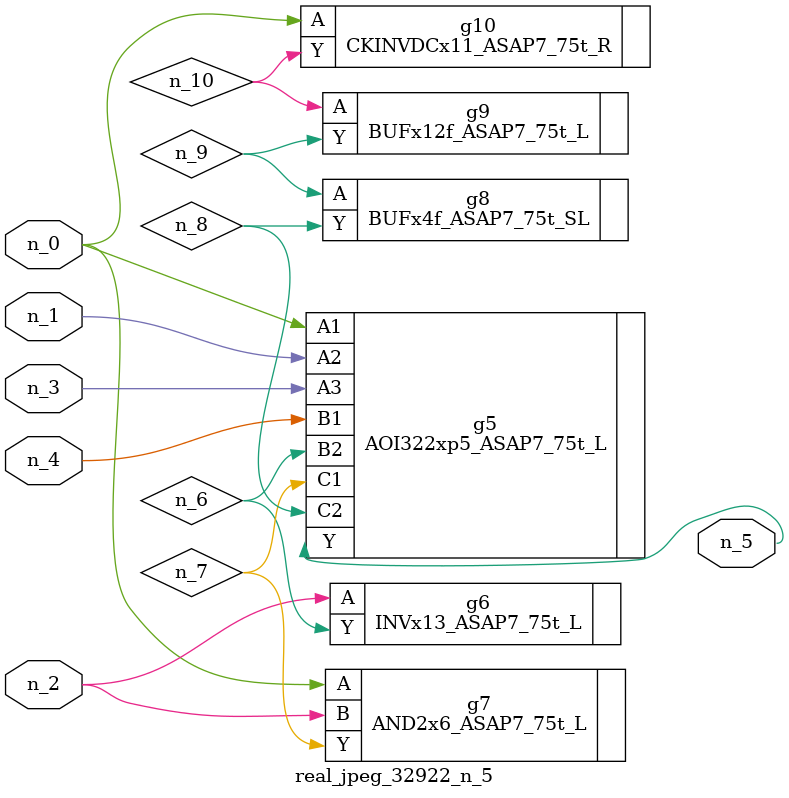
<source format=v>
module real_jpeg_32922_n_5 (n_4, n_0, n_1, n_2, n_3, n_5);

input n_4;
input n_0;
input n_1;
input n_2;
input n_3;

output n_5;

wire n_8;
wire n_6;
wire n_7;
wire n_10;
wire n_9;

AOI322xp5_ASAP7_75t_L g5 ( 
.A1(n_0),
.A2(n_1),
.A3(n_3),
.B1(n_4),
.B2(n_6),
.C1(n_7),
.C2(n_8),
.Y(n_5)
);

AND2x6_ASAP7_75t_L g7 ( 
.A(n_0),
.B(n_2),
.Y(n_7)
);

CKINVDCx11_ASAP7_75t_R g10 ( 
.A(n_0),
.Y(n_10)
);

INVx13_ASAP7_75t_L g6 ( 
.A(n_2),
.Y(n_6)
);

BUFx4f_ASAP7_75t_SL g8 ( 
.A(n_9),
.Y(n_8)
);

BUFx12f_ASAP7_75t_L g9 ( 
.A(n_10),
.Y(n_9)
);


endmodule
</source>
